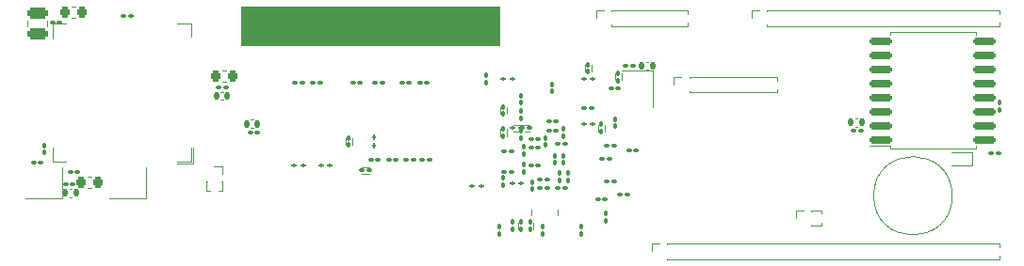
<source format=gbr>
%TF.GenerationSoftware,KiCad,Pcbnew,(6.0.2)*%
%TF.CreationDate,2022-03-22T23:14:37+08:00*%
%TF.ProjectId,som,736f6d2e-6b69-4636-9164-5f7063625858,V0R1*%
%TF.SameCoordinates,Original*%
%TF.FileFunction,Legend,Bot*%
%TF.FilePolarity,Positive*%
%FSLAX46Y46*%
G04 Gerber Fmt 4.6, Leading zero omitted, Abs format (unit mm)*
G04 Created by KiCad (PCBNEW (6.0.2)) date 2022-03-22 23:14:37*
%MOMM*%
%LPD*%
G01*
G04 APERTURE LIST*
G04 Aperture macros list*
%AMRoundRect*
0 Rectangle with rounded corners*
0 $1 Rounding radius*
0 $2 $3 $4 $5 $6 $7 $8 $9 X,Y pos of 4 corners*
0 Add a 4 corners polygon primitive as box body*
4,1,4,$2,$3,$4,$5,$6,$7,$8,$9,$2,$3,0*
0 Add four circle primitives for the rounded corners*
1,1,$1+$1,$2,$3*
1,1,$1+$1,$4,$5*
1,1,$1+$1,$6,$7*
1,1,$1+$1,$8,$9*
0 Add four rect primitives between the rounded corners*
20,1,$1+$1,$2,$3,$4,$5,0*
20,1,$1+$1,$4,$5,$6,$7,0*
20,1,$1+$1,$6,$7,$8,$9,0*
20,1,$1+$1,$8,$9,$2,$3,0*%
%AMFreePoly0*
4,1,6,0.650000,0.000000,0.150000,-0.250000,-0.100000,-0.250000,-0.100000,0.250000,0.150000,0.250000,0.650000,0.000000,0.650000,0.000000,$1*%
%AMFreePoly1*
4,1,6,0.100000,-0.250000,-0.600000,-0.250000,-0.100000,0.000000,-0.600000,0.250000,0.100000,0.250000,0.100000,-0.250000,0.100000,-0.250000,$1*%
G04 Aperture macros list end*
%ADD10C,0.120000*%
%ADD11C,0.000000*%
%ADD12C,0.100000*%
%ADD13C,0.900000*%
%ADD14RoundRect,0.100000X0.125000X0.100000X-0.125000X0.100000X-0.125000X-0.100000X0.125000X-0.100000X0*%
%ADD15RoundRect,0.100000X-0.130000X-0.100000X0.130000X-0.100000X0.130000X0.100000X-0.130000X0.100000X0*%
%ADD16RoundRect,0.100000X0.100000X-0.130000X0.100000X0.130000X-0.100000X0.130000X-0.100000X-0.130000X0*%
%ADD17RoundRect,0.100000X0.130000X0.100000X-0.130000X0.100000X-0.130000X-0.100000X0.130000X-0.100000X0*%
%ADD18RoundRect,0.100000X-0.100000X0.130000X-0.100000X-0.130000X0.100000X-0.130000X0.100000X0.130000X0*%
%ADD19RoundRect,0.100000X-0.125000X-0.100000X0.125000X-0.100000X0.125000X0.100000X-0.125000X0.100000X0*%
%ADD20RoundRect,0.100000X0.021213X0.162635X-0.162635X-0.021213X-0.021213X-0.162635X0.162635X0.021213X0*%
%ADD21RoundRect,0.225000X0.225000X0.250000X-0.225000X0.250000X-0.225000X-0.250000X0.225000X-0.250000X0*%
%ADD22R,0.850000X0.850000*%
%ADD23O,0.850000X0.850000*%
%ADD24RoundRect,0.225000X-0.225000X-0.250000X0.225000X-0.250000X0.225000X0.250000X-0.225000X0.250000X0*%
%ADD25RoundRect,0.100000X-0.100000X0.125000X-0.100000X-0.125000X0.100000X-0.125000X0.100000X0.125000X0*%
%ADD26RoundRect,0.100000X-0.021213X-0.162635X0.162635X0.021213X0.021213X0.162635X-0.162635X-0.021213X0*%
%ADD27RoundRect,0.243750X-0.656250X0.243750X-0.656250X-0.243750X0.656250X-0.243750X0.656250X0.243750X0*%
%ADD28RoundRect,0.140000X0.140000X0.170000X-0.140000X0.170000X-0.140000X-0.170000X0.140000X-0.170000X0*%
%ADD29R,0.600000X0.700000*%
%ADD30R,1.200000X0.500000*%
%ADD31FreePoly0,0.000000*%
%ADD32FreePoly1,0.000000*%
%ADD33R,0.500000X1.200000*%
%ADD34FreePoly0,270.000000*%
%ADD35FreePoly1,270.000000*%
%ADD36R,0.500000X1.300000*%
%ADD37R,1.300000X0.500000*%
%ADD38R,1.150000X1.000000*%
%ADD39RoundRect,0.150000X-0.875000X-0.150000X0.875000X-0.150000X0.875000X0.150000X-0.875000X0.150000X0*%
%ADD40RoundRect,0.100000X-0.162635X0.021213X0.021213X-0.162635X0.162635X-0.021213X-0.021213X0.162635X0*%
%ADD41RoundRect,0.140000X-0.140000X-0.170000X0.140000X-0.170000X0.140000X0.170000X-0.140000X0.170000X0*%
%ADD42R,2.000000X0.800000*%
%ADD43C,0.850000*%
%ADD44R,0.400000X0.500000*%
%ADD45R,0.300000X0.500000*%
%ADD46FreePoly0,180.000000*%
%ADD47FreePoly1,180.000000*%
%ADD48R,1.000000X1.150000*%
%ADD49C,1.000000*%
G04 APERTURE END LIST*
D10*
X29400000Y-11800000D02*
X29400000Y-12400000D01*
X43900000Y-11200000D02*
X44300000Y-11200000D01*
X30300000Y-15000000D02*
X30900000Y-15000000D01*
X53600000Y-6000000D02*
X53600000Y-6600000D01*
X43900000Y-10600000D02*
X45300000Y-10600000D01*
X50900000Y-5200000D02*
X50900000Y-5800000D01*
X42700000Y-9000000D02*
X42700000Y-9600000D01*
X50300000Y-5200000D02*
X50300000Y-5800000D01*
X45700000Y-19400000D02*
X45700000Y-20000000D01*
X44900000Y-11200000D02*
X45300000Y-11200000D01*
X42700000Y-11000000D02*
X42700000Y-11600000D01*
X53000000Y-6000000D02*
X53000000Y-6600000D01*
X44300000Y-19400000D02*
X44300000Y-20000000D01*
X52100000Y-10600000D02*
X52100000Y-11200000D01*
X28800000Y-11800000D02*
X28800000Y-12400000D01*
X43300000Y-11000000D02*
X43300000Y-11600000D01*
X43300000Y-9000000D02*
X43300000Y-9600000D01*
X30300000Y-14400000D02*
X30900000Y-14400000D01*
X51500000Y-10600000D02*
X51500000Y-11200000D01*
D11*
G36*
X42700000Y-3500000D02*
G01*
X19400000Y-3500000D01*
X19400000Y0D01*
X42700000Y0D01*
X42700000Y-3500000D01*
G37*
D10*
%TO.C,C2*%
X5940580Y-15290000D02*
X5659420Y-15290000D01*
X5940580Y-16310000D02*
X5659420Y-16310000D01*
%TO.C,J6*%
X67560000Y-7394493D02*
X67560000Y-7695000D01*
X59685000Y-6305000D02*
X67560000Y-6305000D01*
X67560000Y-6305000D02*
X67560000Y-6605507D01*
X59000000Y-6305000D02*
X58315000Y-6305000D01*
X59685000Y-6305000D02*
X59685000Y-6391724D01*
X59685000Y-7608276D02*
X59685000Y-7695000D01*
X58315000Y-6305000D02*
X58315000Y-7000000D01*
X59685000Y-7695000D02*
X67560000Y-7695000D01*
%TO.C,C20*%
X17759420Y-5690000D02*
X18040580Y-5690000D01*
X17759420Y-6710000D02*
X18040580Y-6710000D01*
%TO.C,L1*%
X190000Y-1241422D02*
X190000Y-1758578D01*
X2010000Y-1241422D02*
X2010000Y-1758578D01*
%TO.C,C28*%
X74807836Y-10760000D02*
X74592164Y-10760000D01*
X74807836Y-10040000D02*
X74592164Y-10040000D01*
%TO.C,D1*%
X83300000Y-14300000D02*
X85150000Y-14300000D01*
X85150000Y-13100000D02*
X85150000Y-14300000D01*
X83300000Y-13100000D02*
X85150000Y-13100000D01*
%TO.C,C19*%
X20507836Y-10140000D02*
X20292164Y-10140000D01*
X20507836Y-10860000D02*
X20292164Y-10860000D01*
%TO.C,U4*%
X2500000Y-1500000D02*
X3700000Y-1500000D01*
X3700000Y-13900000D02*
X2500000Y-13900000D01*
X15100000Y-14100000D02*
X15100000Y-12700000D01*
X14900000Y-1500000D02*
X13700000Y-1500000D01*
X13700000Y-14100000D02*
X15100000Y-14100000D01*
X14900000Y-13900000D02*
X14900000Y-12700000D01*
X2500000Y-2900000D02*
X2500000Y-1500000D01*
X2500000Y-13900000D02*
X2500000Y-12700000D01*
X14900000Y-2700000D02*
X14900000Y-1500000D01*
X13700000Y-13900000D02*
X14900000Y-13900000D01*
%TO.C,J3*%
X16605507Y-16560000D02*
X16305000Y-16560000D01*
X17695000Y-15685000D02*
X17695000Y-16560000D01*
X17695000Y-15000000D02*
X17695000Y-14315000D01*
X16391724Y-15685000D02*
X16305000Y-15685000D01*
X17695000Y-14315000D02*
X17000000Y-14315000D01*
X16305000Y-15685000D02*
X16305000Y-16560000D01*
X17695000Y-15685000D02*
X17608276Y-15685000D01*
X17695000Y-16560000D02*
X17394493Y-16560000D01*
%TO.C,X1*%
X10850000Y-17200000D02*
X7550000Y-17200000D01*
X10850000Y-14400000D02*
X10850000Y-17200000D01*
%TO.C,U5*%
X81600000Y-2240000D02*
X85460000Y-2240000D01*
X77740000Y-12505000D02*
X75925000Y-12505000D01*
X81600000Y-2240000D02*
X77740000Y-2240000D01*
X81600000Y-12760000D02*
X85460000Y-12760000D01*
X77740000Y-12760000D02*
X77740000Y-12505000D01*
X85460000Y-12760000D02*
X85460000Y-12505000D01*
X81600000Y-12760000D02*
X77740000Y-12760000D01*
X85460000Y-2240000D02*
X85460000Y-2495000D01*
X77740000Y-2240000D02*
X77740000Y-2495000D01*
%TO.C,J5*%
X66685000Y-305000D02*
X87560000Y-305000D01*
X65315000Y-305000D02*
X65315000Y-1000000D01*
X66685000Y-305000D02*
X66685000Y-391724D01*
X87560000Y-1394493D02*
X87560000Y-1695000D01*
X87560000Y-305000D02*
X87560000Y-605507D01*
X66685000Y-1608276D02*
X66685000Y-1695000D01*
X66685000Y-1695000D02*
X87560000Y-1695000D01*
X66000000Y-305000D02*
X65315000Y-305000D01*
%TO.C,C21*%
X17592164Y-8360000D02*
X17807836Y-8360000D01*
X17592164Y-7640000D02*
X17807836Y-7640000D01*
%TO.C,J4*%
X57000000Y-21305000D02*
X56315000Y-21305000D01*
X57685000Y-21305000D02*
X87560000Y-21305000D01*
X57685000Y-22695000D02*
X87560000Y-22695000D01*
X57685000Y-21305000D02*
X57685000Y-21391724D01*
X56315000Y-21305000D02*
X56315000Y-22000000D01*
X87560000Y-22394493D02*
X87560000Y-22695000D01*
X87560000Y-21305000D02*
X87560000Y-21605507D01*
X57685000Y-22608276D02*
X57685000Y-22695000D01*
%TO.C,BT1*%
X83330000Y-17000000D02*
G75*
G03*
X83330000Y-17000000I-3530000J0D01*
G01*
%TO.C,J2*%
X52685000Y-1608276D02*
X52685000Y-1695000D01*
X59560000Y-305000D02*
X59560000Y-605507D01*
X52685000Y-1695000D02*
X59560000Y-1695000D01*
X52685000Y-305000D02*
X52685000Y-391724D01*
X52685000Y-305000D02*
X59560000Y-305000D01*
X52000000Y-305000D02*
X51315000Y-305000D01*
X51315000Y-305000D02*
X51315000Y-1000000D01*
X59560000Y-1394493D02*
X59560000Y-1695000D01*
%TO.C,C12*%
X4209420Y10000D02*
X4490580Y10000D01*
X4209420Y-1010000D02*
X4490580Y-1010000D01*
%TO.C,X2*%
X3300000Y-14400000D02*
X3300000Y-17200000D01*
X3300000Y-17200000D02*
X0Y-17200000D01*
%TO.C,RN9*%
X47880000Y-18250000D02*
X47880000Y-18750000D01*
X45520000Y-18250000D02*
X45520000Y-18750000D01*
%TO.C,C27*%
X3992164Y-16390000D02*
X4207836Y-16390000D01*
X3992164Y-17110000D02*
X4207836Y-17110000D01*
%TO.C,C120*%
X55792164Y-5660000D02*
X56007836Y-5660000D01*
X55792164Y-4940000D02*
X56007836Y-4940000D01*
%TO.C,X5*%
X56400000Y-5750000D02*
X56400000Y-9050000D01*
X53600000Y-5750000D02*
X56400000Y-5750000D01*
%TO.C,J7*%
X69315000Y-18305000D02*
X69315000Y-19000000D01*
X71560000Y-19394493D02*
X71560000Y-19695000D01*
X71560000Y-18305000D02*
X71560000Y-18605507D01*
X70685000Y-18305000D02*
X71560000Y-18305000D01*
X70685000Y-19695000D02*
X71560000Y-19695000D01*
X70685000Y-19608276D02*
X70685000Y-19695000D01*
X70685000Y-18305000D02*
X70685000Y-18391724D01*
X70000000Y-18305000D02*
X69315000Y-18305000D01*
%TD*%
%LPC*%
D11*
G36*
X8600000Y-5850000D02*
G01*
X8400000Y-5850000D01*
X8400000Y-5650000D01*
X8600000Y-5650000D01*
X8600000Y-5850000D01*
G37*
G36*
X8400000Y-5650000D02*
G01*
X8200000Y-5650000D01*
X8200000Y-5450000D01*
X8400000Y-5450000D01*
X8400000Y-5650000D01*
G37*
D12*
%TO.C,REF\u002A\u002A*%
X64920000Y-5520000D02*
X64920000Y-1680000D01*
X64920000Y-3600000D02*
X62999999Y-1680000D01*
X62480451Y-2345699D02*
X61745699Y-4119548D01*
X61642354Y-1680000D02*
X61642354Y-2242354D01*
X63430407Y-3599999D02*
X62999999Y-3169592D01*
X61642354Y-4957645D02*
X64357645Y-4957645D01*
X61642354Y-2242354D02*
X61642354Y-4957645D01*
X62695655Y-3904344D02*
X63304344Y-3904344D01*
X61080000Y-1680000D02*
X61080000Y-5520000D01*
X61080000Y-4957645D02*
X61642354Y-4957645D01*
X63000000Y-5519999D02*
X64920000Y-3600000D01*
X63734752Y-4334752D02*
X63000000Y-2560903D01*
X64357645Y-4957645D02*
X64357645Y-2242354D01*
X64920000Y-2242354D02*
X64357645Y-2242354D01*
X64920000Y-1680000D02*
X61080000Y-1680000D01*
X64920000Y-4957645D02*
X64357645Y-4957645D01*
X61080000Y-2242354D02*
X61642354Y-2242354D01*
X63734752Y-2865247D02*
X61960903Y-3600000D01*
X61080000Y-5520000D02*
X64920000Y-5520000D01*
X62265247Y-4334752D02*
X63000000Y-2560903D01*
X63000000Y-4639096D02*
X63734752Y-2865247D01*
X62265247Y-2865247D02*
X63000000Y-4639096D01*
X63519548Y-2345699D02*
X61745699Y-3080451D01*
X61642354Y-5520000D02*
X61642354Y-4957645D01*
X62999999Y-3169592D02*
X62569592Y-3600000D01*
X62999999Y-4030407D02*
X63430407Y-3599999D01*
X64039096Y-3600000D02*
X62265247Y-2865247D01*
X64357645Y-4957645D02*
X64357645Y-5520000D01*
X62480451Y-4854300D02*
X64254300Y-4119548D01*
X64357645Y-2242354D02*
X61642354Y-2242354D01*
X64357645Y-1680000D02*
X64357645Y-2242354D01*
X63519548Y-4854300D02*
X64254300Y-3080451D01*
X62999999Y-1680000D02*
X61079999Y-3600000D01*
X61079999Y-3600000D02*
X63000000Y-5519999D01*
X62569592Y-3600000D02*
X62999999Y-4030407D01*
X63304344Y-3295655D02*
X62695655Y-3295655D01*
X62695655Y-3295655D02*
X62695655Y-3904344D01*
X61745699Y-4119548D02*
X63519548Y-4854300D01*
X64254300Y-3080451D02*
X62480451Y-2345699D01*
X63304344Y-3904344D02*
X63304344Y-3295655D01*
X64254300Y-4119548D02*
X63519548Y-2345699D01*
X62265247Y-4334752D02*
X64039096Y-3600000D01*
X61745699Y-3080451D02*
X62480451Y-4854300D01*
X61960903Y-3600000D02*
X63734752Y-4334752D01*
X62999999Y-3295655D02*
X62895355Y-3314122D01*
X62806408Y-3365152D01*
X62739716Y-3442185D01*
X62701838Y-3538663D01*
X62695655Y-3599999D01*
X63000000Y-1680000D02*
X62803691Y-1689912D01*
X62613052Y-1719007D01*
X62429050Y-1766319D01*
X62252649Y-1830883D01*
X62084813Y-1911733D01*
X61926509Y-2007905D01*
X61778701Y-2118434D01*
X61642354Y-2242354D01*
X61518434Y-2378701D01*
X61407905Y-2526509D01*
X61311733Y-2684813D01*
X61230883Y-2852649D01*
X61166319Y-3029050D01*
X61119007Y-3213052D01*
X61089912Y-3403691D01*
X61080000Y-3600000D01*
X62040000Y-2640000D02*
X61946801Y-2743110D01*
X61866030Y-2852977D01*
X61797684Y-2968634D01*
X61741765Y-3089116D01*
X61698273Y-3213459D01*
X61667207Y-3340697D01*
X61648567Y-3469866D01*
X61642354Y-3599999D01*
X61648567Y-3730133D01*
X61667207Y-3859301D01*
X61698273Y-3986539D01*
X61741765Y-4110882D01*
X61797684Y-4231365D01*
X61866030Y-4347022D01*
X61946801Y-4456889D01*
X62040000Y-4560000D01*
X63304344Y-3599999D02*
X63285876Y-3495355D01*
X63234846Y-3406408D01*
X63157812Y-3339716D01*
X63061335Y-3301838D01*
X62999999Y-3295655D01*
X62999999Y-3904344D02*
X63104642Y-3885876D01*
X63193590Y-3834846D01*
X63260282Y-3757812D01*
X63298160Y-3661335D01*
X63304344Y-3599999D01*
X64920000Y-3600000D02*
X64910087Y-3403691D01*
X64880992Y-3213052D01*
X64833680Y-3029050D01*
X64769116Y-2852649D01*
X64688266Y-2684813D01*
X64592093Y-2526509D01*
X64481565Y-2378701D01*
X64357644Y-2242354D01*
X64221297Y-2118434D01*
X64073489Y-2007905D01*
X63915185Y-1911733D01*
X63747350Y-1830883D01*
X63570949Y-1766319D01*
X63386946Y-1719007D01*
X63196308Y-1689912D01*
X63000000Y-1680000D01*
X63960000Y-2640000D02*
X63856889Y-2546801D01*
X63747022Y-2466030D01*
X63631365Y-2397684D01*
X63510882Y-2341765D01*
X63386539Y-2298273D01*
X63259301Y-2267207D01*
X63130133Y-2248567D01*
X62999999Y-2242354D01*
X62869866Y-2248567D01*
X62740697Y-2267207D01*
X62613459Y-2298273D01*
X62489116Y-2341765D01*
X62368634Y-2397684D01*
X62252977Y-2466030D01*
X62143110Y-2546801D01*
X62040000Y-2640000D01*
X61080000Y-3600000D02*
X61089912Y-3796308D01*
X61119007Y-3986946D01*
X61166319Y-4170949D01*
X61230883Y-4347350D01*
X61311733Y-4515185D01*
X61407905Y-4673489D01*
X61518434Y-4821297D01*
X61642354Y-4957644D01*
X61778701Y-5081565D01*
X61926509Y-5192093D01*
X62084813Y-5288266D01*
X62252649Y-5369116D01*
X62429050Y-5433680D01*
X62613052Y-5480992D01*
X62803691Y-5510087D01*
X63000000Y-5520000D01*
X63000000Y-5520000D02*
X63196308Y-5510087D01*
X63386946Y-5480992D01*
X63570949Y-5433680D01*
X63747350Y-5369116D01*
X63915185Y-5288266D01*
X64073489Y-5192093D01*
X64221297Y-5081565D01*
X64357644Y-4957644D01*
X64481565Y-4821297D01*
X64592093Y-4673489D01*
X64688266Y-4515185D01*
X64769116Y-4347350D01*
X64833680Y-4170949D01*
X64880992Y-3986946D01*
X64910087Y-3796308D01*
X64920000Y-3600000D01*
X62040000Y-4560000D02*
X62143110Y-4653197D01*
X62252977Y-4733969D01*
X62368634Y-4802314D01*
X62489116Y-4858233D01*
X62613459Y-4901725D01*
X62740697Y-4932791D01*
X62869866Y-4951431D01*
X62999999Y-4957644D01*
X63130133Y-4951431D01*
X63259301Y-4932791D01*
X63386539Y-4901725D01*
X63510882Y-4858233D01*
X63631365Y-4802314D01*
X63747022Y-4733969D01*
X63856889Y-4653197D01*
X63960000Y-4560000D01*
X63960000Y-4560000D02*
X64053197Y-4456889D01*
X64133969Y-4347022D01*
X64202314Y-4231365D01*
X64258233Y-4110882D01*
X64301725Y-3986539D01*
X64332791Y-3859301D01*
X64351431Y-3730133D01*
X64357644Y-3599999D01*
X64351431Y-3469866D01*
X64332791Y-3340697D01*
X64301725Y-3213459D01*
X64258233Y-3089116D01*
X64202314Y-2968634D01*
X64133969Y-2852977D01*
X64053197Y-2743110D01*
X63960000Y-2640000D01*
X62695655Y-3599999D02*
X62714122Y-3704642D01*
X62765152Y-3793590D01*
X62842185Y-3860282D01*
X62938663Y-3898160D01*
X62999999Y-3904344D01*
%TD*%
D13*
%TO.C,J1*%
X4460000Y-11360000D03*
X4460000Y-3360000D03*
%TD*%
D14*
%TO.C,C95*%
X51000000Y-6500000D03*
X50200000Y-6500000D03*
%TD*%
D15*
%TO.C,C87*%
X50280000Y-9100000D03*
X50920000Y-9100000D03*
%TD*%
D16*
%TO.C,C88*%
X47400000Y-7620000D03*
X47400000Y-6980000D03*
%TD*%
D17*
%TO.C,C90*%
X43720000Y-13000000D03*
X43080000Y-13000000D03*
%TD*%
D16*
%TO.C,C92*%
X43800000Y-20020000D03*
X43800000Y-19380000D03*
%TD*%
D14*
%TO.C,C94*%
X43800000Y-6500000D03*
X43000000Y-6500000D03*
%TD*%
D18*
%TO.C,C89*%
X44600000Y-7980000D03*
X44600000Y-8620000D03*
%TD*%
D17*
%TO.C,C91*%
X43720000Y-14900000D03*
X43080000Y-14900000D03*
%TD*%
D18*
%TO.C,C122*%
X50000000Y-19780000D03*
X50000000Y-20420000D03*
%TD*%
D15*
%TO.C,C123*%
X51480000Y-17300000D03*
X52120000Y-17300000D03*
%TD*%
%TO.C,C125*%
X53480000Y-16900000D03*
X54120000Y-16900000D03*
%TD*%
D16*
%TO.C,C124*%
X52200000Y-19220000D03*
X52200000Y-18580000D03*
%TD*%
D17*
%TO.C,C126*%
X52920000Y-15700000D03*
X52280000Y-15700000D03*
%TD*%
D18*
%TO.C,C130*%
X53000000Y-10080000D03*
X53000000Y-10720000D03*
%TD*%
D15*
%TO.C,C127*%
X51880000Y-13700000D03*
X52520000Y-13700000D03*
%TD*%
D17*
%TO.C,C128*%
X54920000Y-12900000D03*
X54280000Y-12900000D03*
%TD*%
D15*
%TO.C,C129*%
X52280000Y-12500000D03*
X52920000Y-12500000D03*
%TD*%
D17*
%TO.C,C131*%
X53320000Y-7300000D03*
X52680000Y-7300000D03*
%TD*%
%TO.C,C52*%
X48520000Y-16300000D03*
X47880000Y-16300000D03*
%TD*%
%TO.C,C44*%
X48520000Y-12300000D03*
X47880000Y-12300000D03*
%TD*%
D19*
%TO.C,C53*%
X43800000Y-15900000D03*
X44600000Y-15900000D03*
%TD*%
D18*
%TO.C,C43*%
X48400000Y-10980000D03*
X48400000Y-11620000D03*
%TD*%
D20*
%TO.C,C51*%
X44426274Y-17473726D03*
X43973726Y-17926274D03*
%TD*%
D16*
%TO.C,C46*%
X48800000Y-15620000D03*
X48800000Y-14980000D03*
%TD*%
D18*
%TO.C,C47*%
X44800000Y-12580000D03*
X44800000Y-13220000D03*
%TD*%
D16*
%TO.C,C49*%
X44600000Y-10020000D03*
X44600000Y-9380000D03*
%TD*%
D18*
%TO.C,C48*%
X44800000Y-14180000D03*
X44800000Y-14820000D03*
%TD*%
D16*
%TO.C,C45*%
X48400000Y-14020000D03*
X48400000Y-13380000D03*
%TD*%
D15*
%TO.C,C42*%
X47080000Y-11100000D03*
X47720000Y-11100000D03*
%TD*%
%TO.C,C63*%
X46280000Y-15500000D03*
X46920000Y-15500000D03*
%TD*%
D18*
%TO.C,C66*%
X47600000Y-13380000D03*
X47600000Y-14020000D03*
%TD*%
D19*
%TO.C,C132*%
X50200000Y-10500000D03*
X51000000Y-10500000D03*
%TD*%
D15*
%TO.C,C65*%
X45480000Y-14300000D03*
X46120000Y-14300000D03*
%TD*%
%TO.C,C62*%
X46280000Y-16300000D03*
X46920000Y-16300000D03*
%TD*%
D16*
%TO.C,C64*%
X48000000Y-15620000D03*
X48000000Y-14980000D03*
%TD*%
D15*
%TO.C,C67*%
X45480000Y-12700000D03*
X46120000Y-12700000D03*
%TD*%
%TO.C,C68*%
X45480000Y-11900000D03*
X46120000Y-11900000D03*
%TD*%
D21*
%TO.C,C2*%
X6575000Y-15800000D03*
X5025000Y-15800000D03*
%TD*%
D20*
%TO.C,C16*%
X43626274Y-16673726D03*
X43173726Y-17126274D03*
%TD*%
D18*
%TO.C,C57*%
X42600000Y-19780000D03*
X42600000Y-20420000D03*
%TD*%
D20*
%TO.C,C15*%
X43626274Y-11873726D03*
X43173726Y-12326274D03*
%TD*%
D22*
%TO.C,J6*%
X59000000Y-7000000D03*
D23*
X60000000Y-7000000D03*
X61000000Y-7000000D03*
X62000000Y-7000000D03*
X63000000Y-7000000D03*
X64000000Y-7000000D03*
X65000000Y-7000000D03*
X66000000Y-7000000D03*
X67000000Y-7000000D03*
%TD*%
D16*
%TO.C,R11*%
X50600000Y-5820000D03*
X50600000Y-5180000D03*
%TD*%
%TO.C,R12*%
X43000000Y-9620000D03*
X43000000Y-8980000D03*
%TD*%
D18*
%TO.C,R7*%
X45400000Y-19380000D03*
X45400000Y-20020000D03*
%TD*%
%TO.C,R13*%
X43000000Y-10980000D03*
X43000000Y-11620000D03*
%TD*%
D24*
%TO.C,C20*%
X17125000Y-6200000D03*
X18675000Y-6200000D03*
%TD*%
D17*
%TO.C,R10*%
X30920000Y-14700000D03*
X30280000Y-14700000D03*
%TD*%
D16*
%TO.C,C56*%
X43000000Y-16020000D03*
X43000000Y-15380000D03*
%TD*%
D17*
%TO.C,C78*%
X36120000Y-6800000D03*
X35480000Y-6800000D03*
%TD*%
D15*
%TO.C,C82*%
X31080000Y-13800000D03*
X31720000Y-13800000D03*
%TD*%
%TO.C,C75*%
X29480000Y-6800000D03*
X30120000Y-6800000D03*
%TD*%
%TO.C,C80*%
X34280000Y-13800000D03*
X34920000Y-13800000D03*
%TD*%
D18*
%TO.C,C54*%
X41400000Y-6180000D03*
X41400000Y-6820000D03*
%TD*%
D17*
%TO.C,C73*%
X24920000Y-6800000D03*
X24280000Y-6800000D03*
%TD*%
%TO.C,C74*%
X26520000Y-6800000D03*
X25880000Y-6800000D03*
%TD*%
%TO.C,C18*%
X20870000Y-11300000D03*
X20230000Y-11300000D03*
%TD*%
%TO.C,C77*%
X34520000Y-6800000D03*
X33880000Y-6800000D03*
%TD*%
%TO.C,C81*%
X33320000Y-13800000D03*
X32680000Y-13800000D03*
%TD*%
%TO.C,C76*%
X32120000Y-6800000D03*
X31480000Y-6800000D03*
%TD*%
D18*
%TO.C,R1*%
X29100000Y-11780000D03*
X29100000Y-12420000D03*
%TD*%
D25*
%TO.C,C61*%
X31400000Y-11700000D03*
X31400000Y-12500000D03*
%TD*%
D26*
%TO.C,C59*%
X39973726Y-18726274D03*
X40426274Y-18273726D03*
%TD*%
D19*
%TO.C,C84*%
X26600000Y-14300000D03*
X27400000Y-14300000D03*
%TD*%
D18*
%TO.C,R8*%
X44600000Y-19380000D03*
X44600000Y-20020000D03*
%TD*%
D14*
%TO.C,C83*%
X25000000Y-14300000D03*
X24200000Y-14300000D03*
%TD*%
D19*
%TO.C,C60*%
X40200000Y-16100000D03*
X41000000Y-16100000D03*
%TD*%
D17*
%TO.C,C79*%
X36320000Y-13800000D03*
X35680000Y-13800000D03*
%TD*%
D15*
%TO.C,C1*%
X2480000Y-1400000D03*
X3120000Y-1400000D03*
%TD*%
D27*
%TO.C,L1*%
X1100000Y-562500D03*
X1100000Y-2437500D03*
%TD*%
D28*
%TO.C,C28*%
X75180000Y-10400000D03*
X74220000Y-10400000D03*
%TD*%
D17*
%TO.C,C29*%
X75095000Y-11100000D03*
X74455000Y-11100000D03*
%TD*%
D29*
%TO.C,D1*%
X84700000Y-13700000D03*
X83300000Y-13700000D03*
%TD*%
D15*
%TO.C,R4*%
X8880000Y-800000D03*
X9520000Y-800000D03*
%TD*%
D14*
%TO.C,C71*%
X44600000Y-10900000D03*
X43800000Y-10900000D03*
%TD*%
D15*
%TO.C,FB3*%
X44680000Y-10900000D03*
X45320000Y-10900000D03*
%TD*%
D28*
%TO.C,C19*%
X20880000Y-10500000D03*
X19920000Y-10500000D03*
%TD*%
D18*
%TO.C,C72*%
X44600000Y-11130000D03*
X44600000Y-11770000D03*
%TD*%
%TO.C,C50*%
X45600000Y-15780000D03*
X45600000Y-16420000D03*
%TD*%
%TO.C,C70*%
X46800000Y-11780000D03*
X46800000Y-12420000D03*
%TD*%
D16*
%TO.C,C93*%
X46500000Y-20420000D03*
X46500000Y-19780000D03*
%TD*%
D30*
%TO.C,JP1*%
X12900000Y-16300000D03*
D31*
X12400000Y-16300000D03*
D32*
X13400000Y-16300000D03*
%TD*%
D33*
%TO.C,JP2*%
X12300000Y-16900000D03*
D34*
X12300000Y-16400000D03*
D35*
X12300000Y-17400000D03*
%TD*%
D36*
%TO.C,U4*%
X13200000Y-13500000D03*
X12300000Y-13500000D03*
X11400000Y-13500000D03*
X10500000Y-13500000D03*
X9600000Y-13500000D03*
X8700000Y-13500000D03*
X7800000Y-13500000D03*
X6900000Y-13500000D03*
X6000000Y-13500000D03*
X5100000Y-13500000D03*
X4200000Y-13500000D03*
D37*
X2900000Y-12200000D03*
X2900000Y-11300000D03*
X2900000Y-10400000D03*
X2900000Y-9500000D03*
X2900000Y-8600000D03*
X2900000Y-7700000D03*
X2900000Y-6800000D03*
X2900000Y-5900000D03*
X2900000Y-5000000D03*
X2900000Y-4100000D03*
X2900000Y-3200000D03*
D36*
X4200000Y-1900000D03*
X5100000Y-1900000D03*
X6000000Y-1900000D03*
X6900000Y-1900000D03*
X7800000Y-1900000D03*
X8700000Y-1900000D03*
X9600000Y-1900000D03*
X10500000Y-1900000D03*
X11400000Y-1900000D03*
X12300000Y-1900000D03*
X13200000Y-1900000D03*
D37*
X14500000Y-3200000D03*
X14500000Y-4100000D03*
X14500000Y-5000000D03*
X14500000Y-5900000D03*
X14500000Y-6800000D03*
X14500000Y-7700000D03*
X14500000Y-8600000D03*
X14500000Y-9500000D03*
X14500000Y-10400000D03*
X14500000Y-11300000D03*
X14500000Y-12200000D03*
%TD*%
D22*
%TO.C,J3*%
X17000000Y-15000000D03*
D23*
X17000000Y-16000000D03*
%TD*%
D17*
%TO.C,R6*%
X87495000Y-13200000D03*
X86855000Y-13200000D03*
%TD*%
D38*
%TO.C,X1*%
X10075000Y-16500000D03*
X8325000Y-16500000D03*
X8325000Y-15100000D03*
X10075000Y-15100000D03*
%TD*%
D16*
%TO.C,C25*%
X87600000Y-9245000D03*
X87600000Y-8605000D03*
%TD*%
D39*
%TO.C,U5*%
X76950000Y-11945000D03*
X76950000Y-10675000D03*
X76950000Y-9405000D03*
X76950000Y-8135000D03*
X76950000Y-6865000D03*
X76950000Y-5595000D03*
X76950000Y-4325000D03*
X76950000Y-3055000D03*
X86250000Y-3055000D03*
X86250000Y-4325000D03*
X86250000Y-5595000D03*
X86250000Y-6865000D03*
X86250000Y-8135000D03*
X86250000Y-9405000D03*
X86250000Y-10675000D03*
X86250000Y-11945000D03*
%TD*%
D40*
%TO.C,C55*%
X42373726Y-11873726D03*
X42826274Y-12326274D03*
%TD*%
D15*
%TO.C,C69*%
X47080000Y-10300000D03*
X47720000Y-10300000D03*
%TD*%
D22*
%TO.C,J5*%
X66000000Y-1000000D03*
D23*
X67000000Y-1000000D03*
X68000000Y-1000000D03*
X69000000Y-1000000D03*
X70000000Y-1000000D03*
X71000000Y-1000000D03*
X72000000Y-1000000D03*
X73000000Y-1000000D03*
X74000000Y-1000000D03*
X75000000Y-1000000D03*
X76000000Y-1000000D03*
X77000000Y-1000000D03*
X78000000Y-1000000D03*
X79000000Y-1000000D03*
X80000000Y-1000000D03*
X81000000Y-1000000D03*
X82000000Y-1000000D03*
X83000000Y-1000000D03*
X84000000Y-1000000D03*
X85000000Y-1000000D03*
X86000000Y-1000000D03*
X87000000Y-1000000D03*
%TD*%
D41*
%TO.C,C21*%
X17220000Y-8000000D03*
X18180000Y-8000000D03*
%TD*%
D15*
%TO.C,C22*%
X17405000Y-7200000D03*
X18045000Y-7200000D03*
%TD*%
D22*
%TO.C,J4*%
X57000000Y-22000000D03*
D23*
X58000000Y-22000000D03*
X59000000Y-22000000D03*
X60000000Y-22000000D03*
X61000000Y-22000000D03*
X62000000Y-22000000D03*
X63000000Y-22000000D03*
X64000000Y-22000000D03*
X65000000Y-22000000D03*
X66000000Y-22000000D03*
X67000000Y-22000000D03*
X68000000Y-22000000D03*
X69000000Y-22000000D03*
X70000000Y-22000000D03*
X71000000Y-22000000D03*
X72000000Y-22000000D03*
X73000000Y-22000000D03*
X74000000Y-22000000D03*
X75000000Y-22000000D03*
X76000000Y-22000000D03*
X77000000Y-22000000D03*
X78000000Y-22000000D03*
X79000000Y-22000000D03*
X80000000Y-22000000D03*
X81000000Y-22000000D03*
X82000000Y-22000000D03*
X83000000Y-22000000D03*
X84000000Y-22000000D03*
X85000000Y-22000000D03*
X86000000Y-22000000D03*
X87000000Y-22000000D03*
%TD*%
D42*
%TO.C,BT1*%
X84800000Y-17750000D03*
X84800000Y-16250000D03*
%TD*%
D43*
%TO.C,J2*%
X52000000Y-1000000D03*
D23*
X53000000Y-1000000D03*
X54000000Y-1000000D03*
X55000000Y-1000000D03*
X56000000Y-1000000D03*
X57000000Y-1000000D03*
X58000000Y-1000000D03*
X59000000Y-1000000D03*
%TD*%
D24*
%TO.C,C12*%
X3575000Y-500000D03*
X5125000Y-500000D03*
%TD*%
D38*
%TO.C,X2*%
X2525000Y-16500000D03*
X775000Y-16500000D03*
X775000Y-15100000D03*
X2525000Y-15100000D03*
%TD*%
D44*
%TO.C,RN9*%
X47450000Y-19000000D03*
D45*
X46950000Y-19000000D03*
X46450000Y-19000000D03*
D44*
X45950000Y-19000000D03*
X45950000Y-18000000D03*
D45*
X46450000Y-18000000D03*
X46950000Y-18000000D03*
D44*
X47450000Y-18000000D03*
%TD*%
D40*
%TO.C,C58*%
X42773726Y-13873726D03*
X43226274Y-14326274D03*
%TD*%
D30*
%TO.C,JP3*%
X51100000Y-19100000D03*
D31*
X50600000Y-19100000D03*
D32*
X51600000Y-19100000D03*
%TD*%
D15*
%TO.C,C26*%
X3655000Y-16000000D03*
X4295000Y-16000000D03*
%TD*%
D41*
%TO.C,C27*%
X3620000Y-16750000D03*
X4580000Y-16750000D03*
%TD*%
D30*
%TO.C,JP4*%
X50800000Y-18200000D03*
D46*
X51300000Y-18200000D03*
D47*
X50300000Y-18200000D03*
%TD*%
D15*
%TO.C,FB2*%
X4080000Y-14850000D03*
X4720000Y-14850000D03*
%TD*%
%TO.C,C10*%
X780000Y-14000000D03*
X1420000Y-14000000D03*
%TD*%
D18*
%TO.C,R3*%
X1700000Y-12480000D03*
X1700000Y-13120000D03*
%TD*%
D41*
%TO.C,C120*%
X55420000Y-5300000D03*
X56380000Y-5300000D03*
%TD*%
D17*
%TO.C,C121*%
X54620000Y-5300000D03*
X53980000Y-5300000D03*
%TD*%
D18*
%TO.C,FB5*%
X53300000Y-5980000D03*
X53300000Y-6620000D03*
%TD*%
D48*
%TO.C,X5*%
X55700000Y-6525000D03*
X55700000Y-8275000D03*
X54300000Y-8275000D03*
X54300000Y-6525000D03*
%TD*%
D49*
%TO.C,FID6*%
X86000000Y-19000000D03*
%TD*%
%TO.C,FID5*%
X84000000Y-3000000D03*
%TD*%
D18*
%TO.C,R21*%
X51800000Y-10580000D03*
X51800000Y-11220000D03*
%TD*%
D22*
%TO.C,J7*%
X70000000Y-19000000D03*
D23*
X71000000Y-19000000D03*
%TD*%
D49*
%TO.C,FID4*%
X6000000Y-4000000D03*
%TD*%
M02*

</source>
